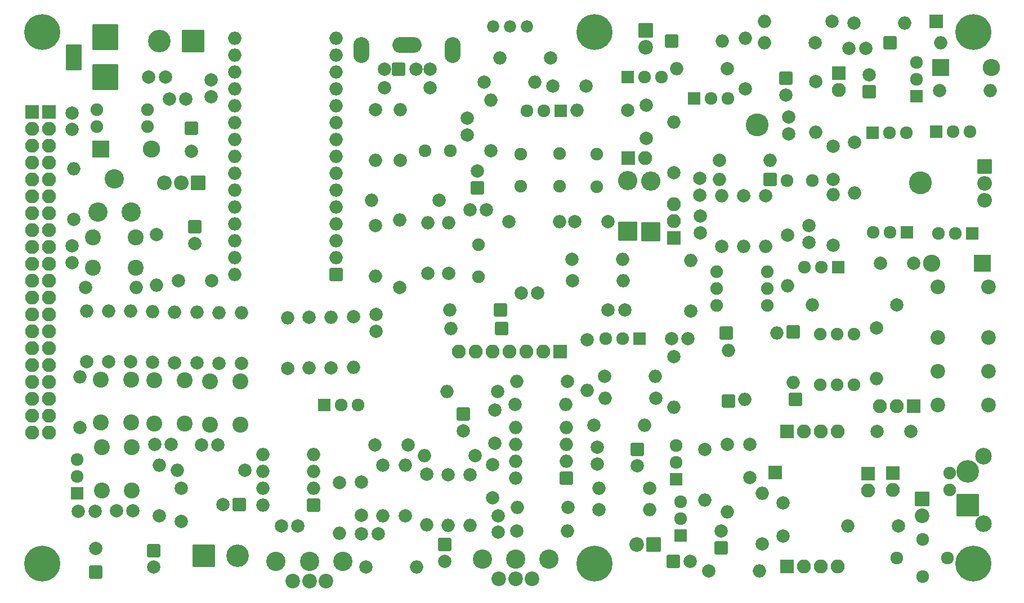
<source format=gbr>
%TF.GenerationSoftware,KiCad,Pcbnew,(6.0.11)*%
%TF.CreationDate,2023-02-12T23:27:08-06:00*%
%TF.ProjectId,RFBitBangerNano,52464269-7442-4616-9e67-65724e616e6f,rev?*%
%TF.SameCoordinates,Original*%
%TF.FileFunction,Soldermask,Bot*%
%TF.FilePolarity,Negative*%
%FSLAX46Y46*%
G04 Gerber Fmt 4.6, Leading zero omitted, Abs format (unit mm)*
G04 Created by KiCad (PCBNEW (6.0.11)) date 2023-02-12 23:27:08*
%MOMM*%
%LPD*%
G01*
G04 APERTURE LIST*
G04 Aperture macros list*
%AMRoundRect*
0 Rectangle with rounded corners*
0 $1 Rounding radius*
0 $2 $3 $4 $5 $6 $7 $8 $9 X,Y pos of 4 corners*
0 Add a 4 corners polygon primitive as box body*
4,1,4,$2,$3,$4,$5,$6,$7,$8,$9,$2,$3,0*
0 Add four circle primitives for the rounded corners*
1,1,$1+$1,$2,$3*
1,1,$1+$1,$4,$5*
1,1,$1+$1,$6,$7*
1,1,$1+$1,$8,$9*
0 Add four rect primitives between the rounded corners*
20,1,$1+$1,$2,$3,$4,$5,0*
20,1,$1+$1,$4,$5,$6,$7,0*
20,1,$1+$1,$6,$7,$8,$9,0*
20,1,$1+$1,$8,$9,$2,$3,0*%
G04 Aperture macros list end*
%ADD10RoundRect,0.200000X-0.800000X0.800000X-0.800000X-0.800000X0.800000X-0.800000X0.800000X0.800000X0*%
%ADD11C,2.000000*%
%ADD12RoundRect,0.200000X0.800000X-0.800000X0.800000X0.800000X-0.800000X0.800000X-0.800000X-0.800000X0*%
%ADD13RoundRect,0.200000X0.800000X0.800000X-0.800000X0.800000X-0.800000X-0.800000X0.800000X-0.800000X0*%
%ADD14RoundRect,0.200000X-1.100000X-1.100000X1.100000X-1.100000X1.100000X1.100000X-1.100000X1.100000X0*%
%ADD15O,2.600000X2.600000*%
%ADD16RoundRect,0.200000X0.900000X0.900000X-0.900000X0.900000X-0.900000X-0.900000X0.900000X-0.900000X0*%
%ADD17C,2.200000*%
%ADD18RoundRect,0.200000X1.250000X-1.250000X1.250000X1.250000X-1.250000X1.250000X-1.250000X-1.250000X0*%
%ADD19O,2.900000X2.900000*%
%ADD20RoundRect,0.200000X1.500000X1.500000X-1.500000X1.500000X-1.500000X-1.500000X1.500000X-1.500000X0*%
%ADD21C,3.400000*%
%ADD22RoundRect,0.200000X-1.750000X1.750000X-1.750000X-1.750000X1.750000X-1.750000X1.750000X1.750000X0*%
%ADD23RoundRect,0.200000X-1.000000X1.750000X-1.000000X-1.750000X1.000000X-1.750000X1.000000X1.750000X0*%
%ADD24RoundRect,0.200000X-1.500000X-1.500000X1.500000X-1.500000X1.500000X1.500000X-1.500000X1.500000X0*%
%ADD25O,2.000000X2.000000*%
%ADD26RoundRect,0.200000X0.760000X0.760000X-0.760000X0.760000X-0.760000X-0.760000X0.760000X-0.760000X0*%
%ADD27C,1.920000*%
%ADD28RoundRect,0.200000X-0.760000X0.760000X-0.760000X-0.760000X0.760000X-0.760000X0.760000X0.760000X0*%
%ADD29RoundRect,0.200000X0.760000X-0.760000X0.760000X0.760000X-0.760000X0.760000X-0.760000X-0.760000X0*%
%ADD30C,2.400000*%
%ADD31O,2.200000X2.200000*%
%ADD32C,1.900000*%
%ADD33C,2.900000*%
%ADD34RoundRect,0.200000X-0.850000X-0.850000X0.850000X-0.850000X0.850000X0.850000X-0.850000X0.850000X0*%
%ADD35O,2.100000X2.100000*%
%ADD36RoundRect,0.200000X0.850000X0.850000X-0.850000X0.850000X-0.850000X-0.850000X0.850000X-0.850000X0*%
%ADD37C,2.500000*%
%ADD38RoundRect,0.200000X1.500000X-1.500000X1.500000X1.500000X-1.500000X1.500000X-1.500000X-1.500000X0*%
%ADD39RoundRect,0.200000X-0.800000X-0.800000X0.800000X-0.800000X0.800000X0.800000X-0.800000X0.800000X0*%
%ADD40C,1.924000*%
%ADD41RoundRect,0.200000X-0.900000X0.900000X-0.900000X-0.900000X0.900000X-0.900000X0.900000X0.900000X0*%
%ADD42RoundRect,0.200000X-0.850000X0.850000X-0.850000X-0.850000X0.850000X-0.850000X0.850000X0.850000X0*%
%ADD43O,2.400000X3.900000*%
%ADD44O,4.400000X2.400000*%
%ADD45C,3.448000*%
%ADD46C,1.840000*%
%ADD47C,5.400000*%
%ADD48RoundRect,0.200000X1.100000X1.100000X-1.100000X1.100000X-1.100000X-1.100000X1.100000X-1.100000X0*%
%ADD49RoundRect,0.200000X0.850000X-0.850000X0.850000X0.850000X-0.850000X0.850000X-0.850000X-0.850000X0*%
G04 APERTURE END LIST*
D10*
%TO.C,C6*%
X68390000Y-89830000D03*
D11*
X68390000Y-92330000D03*
%TD*%
%TO.C,C10*%
X69430000Y-122690000D03*
X71930000Y-122690000D03*
%TD*%
%TO.C,C11*%
X62400000Y-122550000D03*
X64900000Y-122550000D03*
%TD*%
D12*
%TO.C,C12*%
X110890000Y-83960000D03*
D11*
X110890000Y-81460000D03*
%TD*%
%TO.C,C13*%
X112320000Y-87280000D03*
X109820000Y-87280000D03*
%TD*%
D13*
%TO.C,C15*%
X75120000Y-131650000D03*
D11*
X72620000Y-131650000D03*
%TD*%
%TO.C,C16*%
X56630000Y-132600000D03*
X59130000Y-132600000D03*
%TD*%
%TO.C,C17*%
X50930000Y-132660000D03*
X53430000Y-132660000D03*
%TD*%
D10*
%TO.C,C19*%
X62280000Y-138550000D03*
D11*
X62280000Y-141050000D03*
%TD*%
%TO.C,C20*%
X160770000Y-89660000D03*
X160770000Y-92160000D03*
%TD*%
%TO.C,C21*%
X127265000Y-68645000D03*
X122265000Y-68645000D03*
%TD*%
%TO.C,C22*%
X136370000Y-71530000D03*
X136370000Y-76530000D03*
%TD*%
%TO.C,C25*%
X114080000Y-133300000D03*
X114080000Y-135800000D03*
%TD*%
%TO.C,C33*%
X95670000Y-103020000D03*
X95670000Y-105520000D03*
%TD*%
%TO.C,C34*%
X93500000Y-136060000D03*
X96000000Y-136060000D03*
%TD*%
%TO.C,C35*%
X113230000Y-125650000D03*
X113230000Y-130650000D03*
%TD*%
D14*
%TO.C,D1*%
X54260000Y-78100000D03*
D15*
X61880000Y-78100000D03*
%TD*%
D16*
%TO.C,D3*%
X137410000Y-137630000D03*
D17*
X134870000Y-137630000D03*
%TD*%
D18*
%TO.C,D4*%
X133500000Y-90530000D03*
D19*
X133500000Y-82910000D03*
%TD*%
D18*
%TO.C,D5*%
X137000000Y-90550000D03*
D19*
X137000000Y-82930000D03*
%TD*%
D20*
%TO.C,J1*%
X68195000Y-61835000D03*
D21*
X63115000Y-61835000D03*
%TD*%
D22*
%TO.C,J2*%
X54955000Y-67305000D03*
X54955000Y-61305000D03*
D23*
X50255000Y-64305000D03*
%TD*%
D24*
%TO.C,J11*%
X69800000Y-139350000D03*
D21*
X74880000Y-139350000D03*
%TD*%
D11*
%TO.C,L3*%
X105140000Y-85860000D03*
D25*
X94980000Y-85860000D03*
%TD*%
D11*
%TO.C,L9*%
X99210000Y-98960000D03*
D25*
X99210000Y-88800000D03*
%TD*%
D26*
%TO.C,Q1*%
X141500000Y-136300000D03*
D27*
X141500000Y-133760000D03*
X141500000Y-131220000D03*
%TD*%
D28*
%TO.C,Q2*%
X123490000Y-72390000D03*
D27*
X120950000Y-72390000D03*
X118410000Y-72390000D03*
%TD*%
D29*
%TO.C,Q3*%
X170350000Y-75630000D03*
D27*
X172890000Y-75630000D03*
X175430000Y-75630000D03*
%TD*%
D29*
%TO.C,Q4*%
X87884000Y-116692000D03*
D27*
X90424000Y-116692000D03*
X92964000Y-116692000D03*
%TD*%
D30*
%TO.C,SW2*%
X75245000Y-119575000D03*
X75245000Y-113075000D03*
X70745000Y-119575000D03*
X70745000Y-113075000D03*
%TD*%
%TO.C,SW3*%
X58825000Y-119315000D03*
X58825000Y-112815000D03*
X54325000Y-112815000D03*
X54325000Y-119315000D03*
%TD*%
%TO.C,SW4*%
X58945000Y-122985000D03*
X58945000Y-129485000D03*
X54445000Y-129485000D03*
X54445000Y-122985000D03*
%TD*%
%TO.C,SW5*%
X66865000Y-119425000D03*
X66865000Y-112925000D03*
X62365000Y-119425000D03*
X62365000Y-112925000D03*
%TD*%
D16*
%TO.C,U2*%
X68960000Y-83225000D03*
D31*
X66420000Y-83225000D03*
X63880000Y-83225000D03*
%TD*%
D32*
%TO.C,Y2*%
X117420000Y-78870000D03*
X117420000Y-83750000D03*
%TD*%
D11*
%TO.C,C37*%
X81450000Y-134840000D03*
X83950000Y-134840000D03*
%TD*%
D13*
%TO.C,U3*%
X86300000Y-131700000D03*
D25*
X86300000Y-129160000D03*
X86300000Y-126620000D03*
X86300000Y-124080000D03*
X78680000Y-124080000D03*
X78680000Y-126620000D03*
X78680000Y-129160000D03*
X78680000Y-131700000D03*
%TD*%
D13*
%TO.C,U4*%
X124300000Y-127650000D03*
D25*
X124300000Y-125110000D03*
X124300000Y-122570000D03*
X124300000Y-120030000D03*
X116680000Y-120030000D03*
X116680000Y-122570000D03*
X116680000Y-125110000D03*
X116680000Y-127650000D03*
%TD*%
D28*
%TO.C,Q5*%
X185340000Y-90830000D03*
D27*
X182800000Y-90830000D03*
X180260000Y-90830000D03*
%TD*%
D28*
%TO.C,Q6*%
X175560000Y-90680000D03*
D27*
X173020000Y-90680000D03*
X170480000Y-90680000D03*
%TD*%
D29*
%TO.C,Q7*%
X179960000Y-75520000D03*
D27*
X182500000Y-75520000D03*
X185040000Y-75520000D03*
%TD*%
D10*
%TO.C,C14*%
X157360000Y-67480000D03*
D11*
X157360000Y-69980000D03*
%TD*%
D33*
%TO.C,RV3*%
X53840000Y-87625000D03*
X56340000Y-82585000D03*
X58840000Y-87625000D03*
%TD*%
D11*
%TO.C,C42*%
X49990000Y-75190000D03*
X49990000Y-72690000D03*
%TD*%
%TO.C,R2*%
X52020000Y-98940000D03*
D25*
X59640000Y-98940000D03*
%TD*%
D11*
%TO.C,R3*%
X65410000Y-110260000D03*
D25*
X65410000Y-102640000D03*
%TD*%
D11*
%TO.C,R4*%
X116860000Y-135600000D03*
D25*
X124480000Y-135600000D03*
%TD*%
D11*
%TO.C,R6*%
X75430000Y-110410000D03*
D25*
X75430000Y-102790000D03*
%TD*%
D11*
%TO.C,R7*%
X95610000Y-89600000D03*
D25*
X95610000Y-97220000D03*
%TD*%
D11*
%TO.C,R8*%
X148530000Y-66020000D03*
D25*
X140910000Y-66020000D03*
%TD*%
D11*
%TO.C,R9*%
X115710000Y-89080000D03*
D25*
X123330000Y-89080000D03*
%TD*%
D11*
%TO.C,R11*%
X63060000Y-133350000D03*
D25*
X63060000Y-125730000D03*
%TD*%
D11*
%TO.C,R12*%
X62080000Y-110240000D03*
D25*
X62080000Y-102620000D03*
%TD*%
D11*
%TO.C,R13*%
X55470000Y-110170000D03*
D25*
X55470000Y-102550000D03*
%TD*%
D11*
%TO.C,R14*%
X151260000Y-69090000D03*
D25*
X151260000Y-61470000D03*
%TD*%
D11*
%TO.C,R15*%
X112930000Y-78400000D03*
D25*
X112930000Y-70780000D03*
%TD*%
D11*
%TO.C,R16*%
X111980000Y-68060000D03*
D25*
X119600000Y-68060000D03*
%TD*%
D11*
%TO.C,R17*%
X133530000Y-72250000D03*
D25*
X125910000Y-72250000D03*
%TD*%
D11*
%TO.C,R18*%
X124500000Y-113130000D03*
D25*
X116880000Y-113130000D03*
%TD*%
D11*
%TO.C,R19*%
X113990000Y-114630000D03*
D25*
X106370000Y-114630000D03*
%TD*%
D11*
%TO.C,R20*%
X147690000Y-92760000D03*
D25*
X147690000Y-85140000D03*
%TD*%
D11*
%TO.C,R21*%
X153770000Y-137580000D03*
D25*
X153770000Y-129960000D03*
%TD*%
D11*
%TO.C,R23*%
X109840000Y-127140000D03*
D25*
X109840000Y-134760000D03*
%TD*%
D11*
%TO.C,R26*%
X110570000Y-124240000D03*
D25*
X102950000Y-124240000D03*
%TD*%
D11*
%TO.C,R27*%
X106510000Y-127150000D03*
D25*
X106510000Y-134770000D03*
%TD*%
D11*
%TO.C,R29*%
X72080000Y-110410000D03*
D25*
X72080000Y-102790000D03*
%TD*%
D11*
%TO.C,R30*%
X88880000Y-111020000D03*
D25*
X88880000Y-103400000D03*
%TD*%
D11*
%TO.C,R31*%
X90220000Y-128320000D03*
D25*
X90220000Y-135940000D03*
%TD*%
D11*
%TO.C,R32*%
X100090000Y-133350000D03*
D25*
X100090000Y-125730000D03*
%TD*%
D11*
%TO.C,R33*%
X68730000Y-110290000D03*
D25*
X68730000Y-102670000D03*
%TD*%
D11*
%TO.C,R34*%
X96740000Y-125690000D03*
D25*
X96740000Y-133310000D03*
%TD*%
D11*
%TO.C,R36*%
X103270000Y-127100000D03*
D25*
X103270000Y-134720000D03*
%TD*%
D11*
%TO.C,R37*%
X94160000Y-141010000D03*
D25*
X101780000Y-141010000D03*
%TD*%
D11*
%TO.C,R46*%
X52130000Y-110140000D03*
D25*
X52130000Y-102520000D03*
%TD*%
D11*
%TO.C,R47*%
X58800000Y-110130000D03*
D25*
X58800000Y-102510000D03*
%TD*%
D11*
%TO.C,R24*%
X92290000Y-103360000D03*
D25*
X92290000Y-110980000D03*
%TD*%
D11*
%TO.C,C44*%
X67110000Y-70570000D03*
X64610000Y-70570000D03*
%TD*%
D34*
%TO.C,JP4*%
X169660000Y-126990000D03*
D35*
X169660000Y-129530000D03*
%TD*%
D11*
%TO.C,C47*%
X120010000Y-99770000D03*
X117510000Y-99770000D03*
%TD*%
D13*
%TO.C,D10*%
X114440000Y-102370000D03*
D25*
X106820000Y-102370000D03*
%TD*%
D13*
%TO.C,D14*%
X114530000Y-105110000D03*
D25*
X106910000Y-105110000D03*
%TD*%
D36*
%TO.C,JP5*%
X140475000Y-91525000D03*
D35*
X140475000Y-88985000D03*
X140475000Y-86445000D03*
%TD*%
D11*
%TO.C,R35*%
X106600000Y-96850000D03*
D25*
X106600000Y-89230000D03*
%TD*%
D11*
%TO.C,R48*%
X103440000Y-96850000D03*
D25*
X103440000Y-89230000D03*
%TD*%
D11*
%TO.C,R49*%
X125120000Y-94680000D03*
D25*
X132740000Y-94680000D03*
%TD*%
D11*
%TO.C,R50*%
X125200000Y-97920000D03*
D25*
X132820000Y-97920000D03*
%TD*%
D32*
%TO.C,Y3*%
X111060000Y-92480000D03*
X111060000Y-97360000D03*
%TD*%
D37*
%TO.C,J12*%
X187025000Y-134505000D03*
X187025000Y-124345000D03*
D32*
X181945000Y-129425000D03*
D38*
X184673000Y-131711000D03*
D32*
X181945000Y-126885000D03*
D21*
X184673000Y-126631000D03*
%TD*%
D17*
%TO.C,RLY1*%
X187775000Y-98845000D03*
X187775000Y-106465000D03*
X187775000Y-111545000D03*
X187775000Y-116625000D03*
X180175000Y-98845000D03*
X180175000Y-106465000D03*
X180175000Y-111545000D03*
X180175000Y-116625000D03*
%TD*%
D11*
%TO.C,C30*%
X140130000Y-106640000D03*
X142630000Y-106640000D03*
%TD*%
D10*
%TO.C,D9*%
X158450000Y-105625000D03*
D25*
X158450000Y-113245000D03*
%TD*%
D39*
%TO.C,D11*%
X148325000Y-105800000D03*
D25*
X155945000Y-105800000D03*
%TD*%
D13*
%TO.C,D12*%
X158800000Y-115775000D03*
D25*
X151180000Y-115775000D03*
%TD*%
D12*
%TO.C,D13*%
X148675000Y-116050000D03*
D25*
X148675000Y-108430000D03*
%TD*%
D11*
%TO.C,R5*%
X140470000Y-109350000D03*
D25*
X140470000Y-116970000D03*
%TD*%
D11*
%TO.C,R22*%
X145740000Y-141600000D03*
D25*
X153360000Y-141600000D03*
%TD*%
D11*
%TO.C,R25*%
X170920000Y-105050000D03*
D25*
X170920000Y-112670000D03*
%TD*%
D12*
%TO.C,C36*%
X169875000Y-69455000D03*
D11*
X169875000Y-66955000D03*
%TD*%
D29*
%TO.C,Q8*%
X143530000Y-70490000D03*
D27*
X146070000Y-70490000D03*
X148610000Y-70490000D03*
%TD*%
D11*
%TO.C,R38*%
X167585000Y-59145000D03*
D25*
X175205000Y-59145000D03*
%TD*%
D11*
%TO.C,R39*%
X180435000Y-69295000D03*
D25*
X188055000Y-69295000D03*
%TD*%
D34*
%TO.C,JP1*%
X165265000Y-66695000D03*
D35*
X165265000Y-69235000D03*
%TD*%
D10*
%TO.C,C39*%
X105990000Y-137650000D03*
D11*
X105990000Y-140150000D03*
%TD*%
D10*
%TO.C,C40*%
X108850000Y-118040000D03*
D11*
X108850000Y-120540000D03*
%TD*%
D34*
%TO.C,JP2*%
X173430000Y-126910000D03*
D35*
X173430000Y-129450000D03*
%TD*%
D40*
%TO.C,T3*%
X174000000Y-139700000D03*
X181620000Y-139700000D03*
X177873500Y-142494000D03*
X177873500Y-136906000D03*
%TD*%
D41*
%TO.C,D16*%
X177810000Y-130820000D03*
D17*
X177810000Y-133360000D03*
%TD*%
D11*
%TO.C,R28*%
X174230000Y-134840000D03*
D25*
X166610000Y-134840000D03*
%TD*%
D13*
%TO.C,D17*%
X154960000Y-82730000D03*
D25*
X147340000Y-82730000D03*
%TD*%
D28*
%TO.C,Q9*%
X165240000Y-95940000D03*
D27*
X162700000Y-95940000D03*
X160160000Y-95940000D03*
%TD*%
D11*
%TO.C,C46*%
X109440000Y-73480000D03*
X109440000Y-75980000D03*
%TD*%
%TO.C,R51*%
X164440000Y-92580000D03*
D25*
X164440000Y-84960000D03*
%TD*%
D11*
%TO.C,R52*%
X150960000Y-85130000D03*
D25*
X150960000Y-92750000D03*
%TD*%
D11*
%TO.C,C24*%
X157780000Y-73340000D03*
X157780000Y-75840000D03*
%TD*%
%TO.C,R53*%
X154260000Y-85130000D03*
D25*
X154260000Y-92750000D03*
%TD*%
D12*
%TO.C,C49*%
X147630000Y-138140000D03*
D11*
X147630000Y-135640000D03*
%TD*%
D39*
%TO.C,C50*%
X140400000Y-140200000D03*
D11*
X142900000Y-140200000D03*
%TD*%
%TO.C,C51*%
X144420000Y-88230000D03*
X144420000Y-90730000D03*
%TD*%
D10*
%TO.C,C52*%
X134990000Y-123330000D03*
D11*
X134990000Y-125830000D03*
%TD*%
%TO.C,C54*%
X128930000Y-125500000D03*
X128930000Y-123000000D03*
%TD*%
%TO.C,C55*%
X133080000Y-102340000D03*
X130580000Y-102340000D03*
%TD*%
%TO.C,C56*%
X144370000Y-82530000D03*
X144370000Y-85030000D03*
%TD*%
D42*
%TO.C,JP7*%
X176560000Y-116780000D03*
D35*
X174020000Y-116780000D03*
X171480000Y-116780000D03*
%TD*%
D11*
%TO.C,L5*%
X148500000Y-122540000D03*
D25*
X148500000Y-132700000D03*
%TD*%
D28*
%TO.C,Q10*%
X135300000Y-106675000D03*
D27*
X132760000Y-106675000D03*
X130220000Y-106675000D03*
%TD*%
D26*
%TO.C,Q11*%
X140800000Y-127800000D03*
D27*
X140800000Y-125260000D03*
X140800000Y-122720000D03*
%TD*%
D29*
%TO.C,Q12*%
X133550000Y-67310000D03*
D27*
X136090000Y-67310000D03*
X138630000Y-67310000D03*
%TD*%
D26*
%TO.C,Q13*%
X176995000Y-70155000D03*
D27*
X176995000Y-67615000D03*
X176995000Y-65075000D03*
%TD*%
D11*
%TO.C,R54*%
X143000000Y-102500000D03*
D25*
X143000000Y-94880000D03*
%TD*%
D11*
%TO.C,R55*%
X127460000Y-106870000D03*
D25*
X127460000Y-114490000D03*
%TD*%
D11*
%TO.C,R56*%
X137730000Y-115670000D03*
D25*
X130110000Y-115670000D03*
%TD*%
D11*
%TO.C,R57*%
X145120000Y-123330000D03*
D25*
X145120000Y-130950000D03*
%TD*%
D11*
%TO.C,R58*%
X129190000Y-132440000D03*
D25*
X136810000Y-132440000D03*
%TD*%
D11*
%TO.C,R59*%
X130070000Y-112320000D03*
D25*
X137690000Y-112320000D03*
%TD*%
D11*
%TO.C,R60*%
X136820000Y-129170000D03*
D25*
X129200000Y-129170000D03*
%TD*%
D11*
%TO.C,R61*%
X128440000Y-119670000D03*
D25*
X136060000Y-119670000D03*
%TD*%
D11*
%TO.C,R62*%
X116575000Y-116600000D03*
D25*
X124195000Y-116600000D03*
%TD*%
D11*
%TO.C,R63*%
X124570000Y-132100000D03*
D25*
X116950000Y-132100000D03*
%TD*%
D11*
%TO.C,R65*%
X121920000Y-64370000D03*
D25*
X114300000Y-64370000D03*
%TD*%
D11*
%TO.C,R66*%
X157580000Y-91090000D03*
D25*
X157580000Y-98710000D03*
%TD*%
D11*
%TO.C,R67*%
X147330000Y-79800000D03*
D25*
X154950000Y-79800000D03*
%TD*%
D11*
%TO.C,R68*%
X140455000Y-81645000D03*
D25*
X140455000Y-74025000D03*
%TD*%
D32*
%TO.C,Y4*%
X123250000Y-78830000D03*
X123250000Y-83710000D03*
%TD*%
D13*
%TO.C,P1*%
X99075000Y-66075000D03*
D11*
X101675000Y-66075000D03*
X96975000Y-66075000D03*
X103775000Y-66075000D03*
X96975000Y-68875000D03*
X103775000Y-68875000D03*
D43*
X93525000Y-63225000D03*
X107225000Y-63225000D03*
D44*
X100375000Y-62425000D03*
%TD*%
D11*
%TO.C,R64*%
X95570000Y-72240000D03*
D25*
X95570000Y-79860000D03*
%TD*%
D11*
%TO.C,R70*%
X99300000Y-79840000D03*
D25*
X99300000Y-72220000D03*
%TD*%
D11*
%TO.C,C43*%
X156930000Y-131410000D03*
X156930000Y-136410000D03*
%TD*%
D45*
%TO.C,J8*%
X153000000Y-74500000D03*
%TD*%
%TO.C,J13*%
X177600000Y-83200000D03*
%TD*%
D41*
%TO.C,D19*%
X136260000Y-60290000D03*
D17*
X136260000Y-62830000D03*
%TD*%
D11*
%TO.C,R71*%
X161740000Y-62140000D03*
D25*
X154120000Y-62140000D03*
%TD*%
D11*
%TO.C,C32*%
X176560000Y-95330000D03*
X171560000Y-95330000D03*
%TD*%
D26*
%TO.C,Q14*%
X50720000Y-129920000D03*
D27*
X50720000Y-127380000D03*
X50720000Y-124840000D03*
%TD*%
D11*
%TO.C,R72*%
X51165000Y-120055000D03*
D25*
X51165000Y-112435000D03*
%TD*%
D11*
%TO.C,C38*%
X166835000Y-63005000D03*
X169335000Y-63005000D03*
%TD*%
%TO.C,R73*%
X161810000Y-67930000D03*
D25*
X161810000Y-75550000D03*
%TD*%
D46*
%TO.C,RV4*%
X113320000Y-59680000D03*
X115860000Y-59680000D03*
X118400000Y-59680000D03*
%TD*%
D11*
%TO.C,R74*%
X167640000Y-77110000D03*
D25*
X167640000Y-84730000D03*
%TD*%
D11*
%TO.C,L11*%
X164290000Y-58870000D03*
D25*
X154130000Y-58870000D03*
%TD*%
D47*
%TO.C,J3*%
X45500000Y-60500000D03*
%TD*%
%TO.C,J4*%
X185500000Y-60500000D03*
%TD*%
%TO.C,J6*%
X185500000Y-140500000D03*
%TD*%
%TO.C,J7*%
X45500000Y-140500000D03*
%TD*%
D11*
%TO.C,C41*%
X66370000Y-129190000D03*
X66370000Y-134190000D03*
%TD*%
%TO.C,C58*%
X63985000Y-67305000D03*
X61485000Y-67305000D03*
%TD*%
D32*
%TO.C,T4*%
X53690000Y-72230000D03*
X61310000Y-72230000D03*
X53690000Y-74770000D03*
X61310000Y-74770000D03*
%TD*%
%TO.C,Y5*%
X128890000Y-78910000D03*
X128890000Y-83790000D03*
%TD*%
D11*
%TO.C,C27*%
X151940000Y-127560000D03*
X151940000Y-122560000D03*
%TD*%
D48*
%TO.C,D6*%
X186880000Y-95330000D03*
D15*
X179260000Y-95330000D03*
%TD*%
D11*
%TO.C,R76*%
X82370000Y-111110000D03*
D25*
X82370000Y-103490000D03*
%TD*%
D11*
%TO.C,R41*%
X173990000Y-101600000D03*
D25*
X161290000Y-101600000D03*
%TD*%
D11*
%TO.C,C7*%
X65930000Y-97970000D03*
X70930000Y-97970000D03*
%TD*%
%TO.C,L10*%
X76000000Y-126490000D03*
D25*
X65840000Y-126490000D03*
%TD*%
D34*
%TO.C,J15*%
X155710000Y-126800000D03*
%TD*%
%TO.C,J16*%
X179900000Y-58900000D03*
%TD*%
D10*
%TO.C,C3*%
X67960000Y-74980000D03*
D11*
X67960000Y-78480000D03*
%TD*%
D40*
%TO.C,L4*%
X103035000Y-78340000D03*
X106845000Y-78340000D03*
%TD*%
%TO.C,L6*%
X157525000Y-82900000D03*
X161335000Y-82900000D03*
%TD*%
D32*
%TO.C,T1*%
X154545000Y-96565000D03*
X146925000Y-96565000D03*
X154545000Y-99105000D03*
X146925000Y-99105000D03*
X154545000Y-101645000D03*
X146925000Y-101645000D03*
%TD*%
%TO.C,T2*%
X167560000Y-113580000D03*
X167560000Y-105960000D03*
X165020000Y-113580000D03*
X165020000Y-105960000D03*
X162480000Y-113580000D03*
X162480000Y-105960000D03*
%TD*%
D41*
%TO.C,Q15*%
X187210000Y-80770000D03*
D31*
X187210000Y-83310000D03*
X187210000Y-85850000D03*
%TD*%
D11*
%TO.C,C57*%
X70910000Y-67720000D03*
X70910000Y-70220000D03*
%TD*%
%TO.C,C45*%
X113580000Y-117380000D03*
X113580000Y-122380000D03*
%TD*%
%TO.C,C18*%
X95510000Y-122690000D03*
X100510000Y-122690000D03*
%TD*%
%TO.C,C60*%
X93460000Y-133270000D03*
X93460000Y-128270000D03*
%TD*%
%TO.C,R10*%
X85630000Y-103400000D03*
D25*
X85630000Y-111020000D03*
%TD*%
D49*
%TO.C,JP8*%
X133660000Y-79450000D03*
D35*
X136200000Y-79450000D03*
%TD*%
D47*
%TO.C,J20*%
X128500000Y-60500000D03*
%TD*%
%TO.C,J21*%
X128500000Y-140500000D03*
%TD*%
D39*
%TO.C,D15*%
X172975000Y-62105000D03*
D25*
X180595000Y-62105000D03*
%TD*%
D39*
%TO.C,D18*%
X140170000Y-61850000D03*
D25*
X147790000Y-61850000D03*
%TD*%
D17*
%TO.C,RV1*%
X88160000Y-143190000D03*
D33*
X90660000Y-140190000D03*
D17*
X85660000Y-143190000D03*
D33*
X85660000Y-140190000D03*
D17*
X83160000Y-143190000D03*
D33*
X80660000Y-140190000D03*
%TD*%
%TO.C,RV2*%
X121660000Y-139840000D03*
D17*
X119160000Y-142840000D03*
D33*
X116660000Y-139840000D03*
D17*
X116660000Y-142840000D03*
X114160000Y-142840000D03*
D33*
X111660000Y-139840000D03*
%TD*%
D34*
%TO.C,U5*%
X46500000Y-72500000D03*
D35*
X46500000Y-75040000D03*
X46500000Y-77580000D03*
X46500000Y-80120000D03*
X46500000Y-82660000D03*
X46500000Y-85200000D03*
X46500000Y-87740000D03*
X46500000Y-90280000D03*
X46500000Y-92820000D03*
X46500000Y-95360000D03*
X46500000Y-97900000D03*
X46500000Y-100440000D03*
X46500000Y-102980000D03*
X46500000Y-105520000D03*
X46500000Y-108060000D03*
X46500000Y-110600000D03*
X46500000Y-113140000D03*
X46500000Y-115680000D03*
X46500000Y-118220000D03*
X46500000Y-120760000D03*
%TD*%
D11*
%TO.C,C48*%
X125600000Y-89060000D03*
X130600000Y-89060000D03*
%TD*%
D14*
%TO.C,D8*%
X180605000Y-65885000D03*
D15*
X188225000Y-65885000D03*
%TD*%
D42*
%TO.C,J10*%
X123380000Y-108630000D03*
D35*
X120840000Y-108630000D03*
X118300000Y-108630000D03*
X115760000Y-108630000D03*
X113220000Y-108630000D03*
X110680000Y-108630000D03*
X108140000Y-108630000D03*
%TD*%
D11*
%TO.C,C61*%
X49960000Y-95210000D03*
X49960000Y-92710000D03*
%TD*%
%TO.C,R40*%
X50230000Y-88680000D03*
D25*
X50230000Y-81060000D03*
%TD*%
D11*
%TO.C,R75*%
X62650000Y-90990000D03*
D25*
X62650000Y-98610000D03*
%TD*%
D30*
%TO.C,SW6*%
X53070000Y-91450000D03*
X59570000Y-91450000D03*
X59570000Y-95950000D03*
X53070000Y-95950000D03*
%TD*%
D12*
%TO.C,C53*%
X53560000Y-141770000D03*
D11*
X53560000Y-138270000D03*
%TD*%
D34*
%TO.C,J19*%
X43960000Y-72500000D03*
D35*
X43960000Y-75040000D03*
X43960000Y-77580000D03*
X43960000Y-80120000D03*
X43960000Y-82660000D03*
X43960000Y-85200000D03*
X43960000Y-87740000D03*
X43960000Y-90280000D03*
X43960000Y-92820000D03*
X43960000Y-95360000D03*
X43960000Y-97900000D03*
X43960000Y-100440000D03*
X43960000Y-102980000D03*
X43960000Y-105520000D03*
X43960000Y-108060000D03*
X43960000Y-110600000D03*
X43960000Y-113140000D03*
X43960000Y-115680000D03*
X43960000Y-118220000D03*
X43960000Y-120760000D03*
%TD*%
D49*
%TO.C,J17*%
X157480000Y-120650000D03*
D35*
X160020000Y-120650000D03*
X162560000Y-120650000D03*
X165100000Y-120650000D03*
%TD*%
D49*
%TO.C,J18*%
X157480000Y-140970000D03*
D35*
X160020000Y-140970000D03*
X162560000Y-140970000D03*
X165100000Y-140970000D03*
%TD*%
D11*
%TO.C,C26*%
X176080000Y-120620000D03*
X171080000Y-120620000D03*
%TD*%
%TO.C,C23*%
X164400000Y-82680000D03*
X164400000Y-77680000D03*
%TD*%
D13*
%TO.C,A1*%
X89640000Y-96990000D03*
D25*
X89640000Y-94450000D03*
X89640000Y-91910000D03*
X89640000Y-89370000D03*
X89640000Y-86830000D03*
X89640000Y-84290000D03*
X89640000Y-81750000D03*
X89640000Y-79210000D03*
X89640000Y-76670000D03*
X89640000Y-74130000D03*
X89640000Y-71590000D03*
X89640000Y-69050000D03*
X89640000Y-66510000D03*
X89640000Y-63970000D03*
X89640000Y-61430000D03*
X74400000Y-61430000D03*
X74400000Y-63970000D03*
X74400000Y-66510000D03*
X74400000Y-69050000D03*
X74400000Y-71590000D03*
X74400000Y-74130000D03*
X74400000Y-76670000D03*
X74400000Y-79210000D03*
X74400000Y-81750000D03*
X74400000Y-84290000D03*
X74400000Y-86830000D03*
X74400000Y-89370000D03*
X74400000Y-91910000D03*
X74400000Y-94450000D03*
X74400000Y-96990000D03*
%TD*%
M02*

</source>
